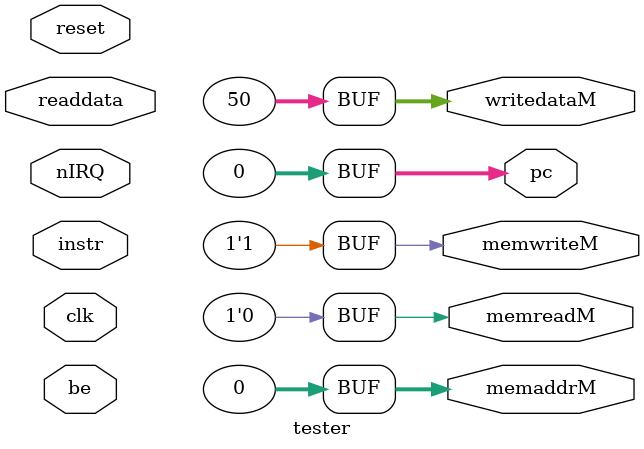
<source format=v>
module tester(
	input clk,
	input reset,
	output[31:0] pc,
	input[31:0] instr,
	input nIRQ,
	input be,
	output[31:0] memaddrM,
	output memwriteM,
	output memreadM,
	output[31:0] writedataM,
	input[31:0] readdata);
	
	
	assign pc=0;
	assign memaddrM=0;
	assign memwriteM=1;
	assign memreadM=0;
	assign writedataM=50;
	
endmodule
</source>
